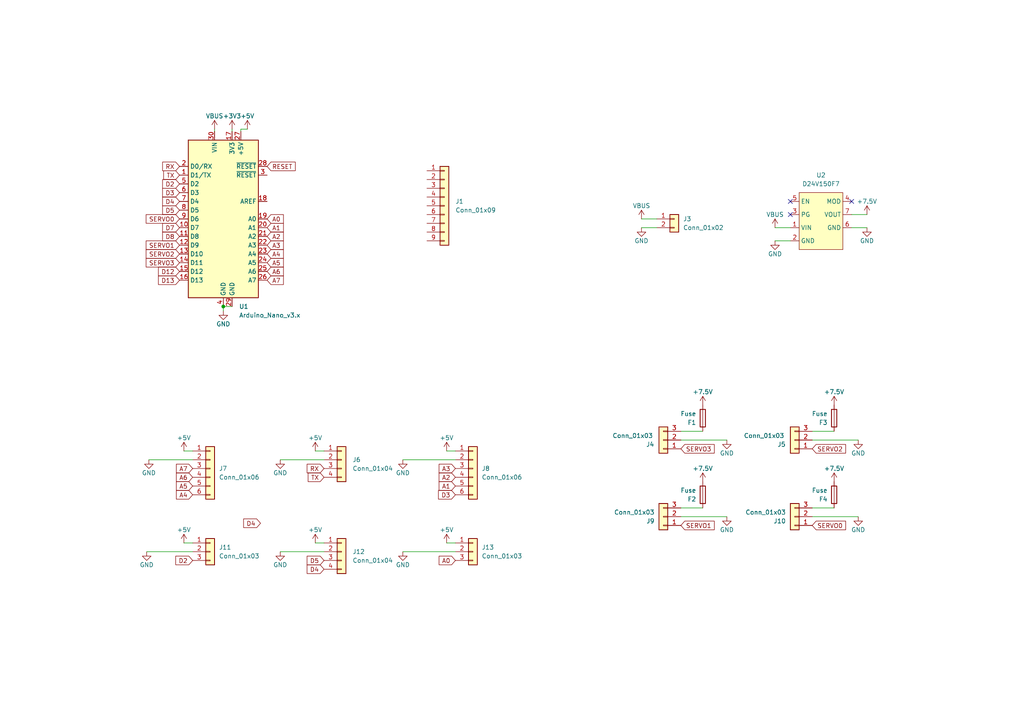
<source format=kicad_sch>
(kicad_sch (version 20211123) (generator eeschema)
  (paper "A4")
  (lib_symbols
    (symbol "Connector_Generic:Conn_01x02" (pin_names (offset 1.016) hide)
      (property "Reference" "J" (at 0 2.54 0))
      (property "Value" "Conn_01x02" (at 0 -5.08 0))
      (symbol "Conn_01x02_1_1"
        (rectangle (start -1.27 -2.413) (end 0 -2.667) (stroke (width 0.1524)))
        (rectangle (start -1.27 0.127) (end 0 -0.127) (stroke (width 0.1524)))
        (rectangle (start -1.27 1.27) (end 1.27 -3.81) (stroke (width 0.254)) (fill (type background)))
        (pin passive line (at -5.08 0 0) (length 3.81) (name "Pin_1") (number "1"))
        (pin passive line (at -5.08 -2.54 0) (length 3.81) (name "Pin_2") (number "2"))
      )
    )
    (symbol "Connector_Generic:Conn_01x03" (pin_names (offset 1.016) hide)
      (property "Reference" "J" (at 0 5.08 0))
      (property "Value" "Conn_01x03" (at 0 -5.08 0))
      (symbol "Conn_01x03_1_1"
        (rectangle (start -1.27 -2.413) (end 0 -2.667) (stroke (width 0.1524)))
        (rectangle (start -1.27 0.127) (end 0 -0.127) (stroke (width 0.1524)))
        (rectangle (start -1.27 2.667) (end 0 2.413) (stroke (width 0.1524)))
        (rectangle (start -1.27 3.81) (end 1.27 -3.81) (stroke (width 0.254)) (fill (type background)))
        (pin passive line (at -5.08 2.54 0) (length 3.81) (name "Pin_1") (number "1"))
        (pin passive line (at -5.08 0 0) (length 3.81) (name "Pin_2") (number "2"))
        (pin passive line (at -5.08 -2.54 0) (length 3.81) (name "Pin_3") (number "3"))
      )
    )
    (symbol "Connector_Generic:Conn_01x04" (pin_names (offset 1.016) hide)
      (property "Reference" "J" (at 0 5.08 0))
      (property "Value" "Conn_01x04" (at 0 -7.62 0))
      (symbol "Conn_01x04_1_1"
        (rectangle (start -1.27 -4.953) (end 0 -5.207) (stroke (width 0.1524)))
        (rectangle (start -1.27 -2.413) (end 0 -2.667) (stroke (width 0.1524)))
        (rectangle (start -1.27 0.127) (end 0 -0.127) (stroke (width 0.1524)))
        (rectangle (start -1.27 2.667) (end 0 2.413) (stroke (width 0.1524)))
        (rectangle (start -1.27 3.81) (end 1.27 -6.35) (stroke (width 0.254)) (fill (type background)))
        (pin passive line (at -5.08 2.54 0) (length 3.81) (name "Pin_1") (number "1"))
        (pin passive line (at -5.08 0 0) (length 3.81) (name "Pin_2") (number "2"))
        (pin passive line (at -5.08 -2.54 0) (length 3.81) (name "Pin_3") (number "3"))
        (pin passive line (at -5.08 -5.08 0) (length 3.81) (name "Pin_4") (number "4"))
      )
    )
    (symbol "Connector_Generic:Conn_01x06" (pin_names (offset 1.016) hide)
      (property "Reference" "J" (at 0 7.62 0))
      (property "Value" "Conn_01x06" (at 0 -10.16 0))
      (symbol "Conn_01x06_1_1"
        (rectangle (start -1.27 -7.493) (end 0 -7.747) (stroke (width 0.1524)))
        (rectangle (start -1.27 -4.953) (end 0 -5.207) (stroke (width 0.1524)))
        (rectangle (start -1.27 -2.413) (end 0 -2.667) (stroke (width 0.1524)))
        (rectangle (start -1.27 0.127) (end 0 -0.127) (stroke (width 0.1524)))
        (rectangle (start -1.27 2.667) (end 0 2.413) (stroke (width 0.1524)))
        (rectangle (start -1.27 5.207) (end 0 4.953) (stroke (width 0.1524)))
        (rectangle (start -1.27 6.35) (end 1.27 -8.89) (stroke (width 0.254)) (fill (type background)))
        (pin passive line (at -5.08 5.08 0) (length 3.81) (name "Pin_1") (number "1"))
        (pin passive line (at -5.08 2.54 0) (length 3.81) (name "Pin_2") (number "2"))
        (pin passive line (at -5.08 0 0) (length 3.81) (name "Pin_3") (number "3"))
        (pin passive line (at -5.08 -2.54 0) (length 3.81) (name "Pin_4") (number "4"))
        (pin passive line (at -5.08 -5.08 0) (length 3.81) (name "Pin_5") (number "5"))
        (pin passive line (at -5.08 -7.62 0) (length 3.81) (name "Pin_6") (number "6"))
      )
    )
    (symbol "Connector_Generic:Conn_01x09" (pin_names (offset 1.016) hide)
      (property "Reference" "J" (at 0 12.7 0))
      (property "Value" "Conn_01x09" (at 0 -12.7 0))
      (symbol "Conn_01x09_1_1"
        (rectangle (start -1.27 -10.033) (end 0 -10.287) (stroke (width 0.1524)))
        (rectangle (start -1.27 -7.493) (end 0 -7.747) (stroke (width 0.1524)))
        (rectangle (start -1.27 -4.953) (end 0 -5.207) (stroke (width 0.1524)))
        (rectangle (start -1.27 -2.413) (end 0 -2.667) (stroke (width 0.1524)))
        (rectangle (start -1.27 0.127) (end 0 -0.127) (stroke (width 0.1524)))
        (rectangle (start -1.27 2.667) (end 0 2.413) (stroke (width 0.1524)))
        (rectangle (start -1.27 5.207) (end 0 4.953) (stroke (width 0.1524)))
        (rectangle (start -1.27 7.747) (end 0 7.493) (stroke (width 0.1524)))
        (rectangle (start -1.27 10.287) (end 0 10.033) (stroke (width 0.1524)))
        (rectangle (start -1.27 11.43) (end 1.27 -11.43) (stroke (width 0.254)) (fill (type background)))
        (pin passive line (at -5.08 10.16 0) (length 3.81) (name "Pin_1") (number "1"))
        (pin passive line (at -5.08 7.62 0) (length 3.81) (name "Pin_2") (number "2"))
        (pin passive line (at -5.08 5.08 0) (length 3.81) (name "Pin_3") (number "3"))
        (pin passive line (at -5.08 2.54 0) (length 3.81) (name "Pin_4") (number "4"))
        (pin passive line (at -5.08 0 0) (length 3.81) (name "Pin_5") (number "5"))
        (pin passive line (at -5.08 -2.54 0) (length 3.81) (name "Pin_6") (number "6"))
        (pin passive line (at -5.08 -5.08 0) (length 3.81) (name "Pin_7") (number "7"))
        (pin passive line (at -5.08 -7.62 0) (length 3.81) (name "Pin_8") (number "8"))
        (pin passive line (at -5.08 -10.16 0) (length 3.81) (name "Pin_9") (number "9"))
      )
    )
    (symbol "Device:Fuse" (pin_numbers hide) (pin_names (offset 0))
      (property "Reference" "F" (at 2.032 0 90))
      (property "Value" "Fuse" (at -1.905 0 90))
      (symbol "Fuse_0_1"
        (rectangle (start -0.762 -2.54) (end 0.762 2.54) (stroke (width 0.254)))
        (polyline (pts (xy 0 2.54) (xy 0 -2.54)))
      )
      (symbol "Fuse_1_1"
        (pin passive line (at 0 3.81 270) (length 1.27) (name "~") (number "1"))
        (pin passive line (at 0 -3.81 90) (length 1.27) (name "~") (number "2"))
      )
    )
    (symbol "MCU_Module:Arduino_Nano_v3.x"
      (property "Reference" "A" (at -10.16 23.495 0))
      (property "Value" "Arduino_Nano_v3.x" (at 5.08 -24.13 0))
      (symbol "Arduino_Nano_v3.x_0_1"
        (rectangle (start -10.16 22.86) (end 10.16 -22.86) (stroke (width 0.254)) (fill (type background)))
      )
      (symbol "Arduino_Nano_v3.x_1_1"
        (pin bidirectional line (at -12.7 12.7 0) (length 2.54) (name "D1/TX") (number "1"))
        (pin bidirectional line (at -12.7 -2.54 0) (length 2.54) (name "D7") (number "10"))
        (pin bidirectional line (at -12.7 -5.08 0) (length 2.54) (name "D8") (number "11"))
        (pin bidirectional line (at -12.7 -7.62 0) (length 2.54) (name "D9") (number "12"))
        (pin bidirectional line (at -12.7 -10.16 0) (length 2.54) (name "D10") (number "13"))
        (pin bidirectional line (at -12.7 -12.7 0) (length 2.54) (name "D11") (number "14"))
        (pin bidirectional line (at -12.7 -15.24 0) (length 2.54) (name "D12") (number "15"))
        (pin bidirectional line (at -12.7 -17.78 0) (length 2.54) (name "D13") (number "16"))
        (pin power_out line (at 2.54 25.4 270) (length 2.54) (name "3V3") (number "17"))
        (pin input line (at 12.7 5.08 180) (length 2.54) (name "AREF") (number "18"))
        (pin bidirectional line (at 12.7 0 180) (length 2.54) (name "A0") (number "19"))
        (pin bidirectional line (at -12.7 15.24 0) (length 2.54) (name "D0/RX") (number "2"))
        (pin bidirectional line (at 12.7 -2.54 180) (length 2.54) (name "A1") (number "20"))
        (pin bidirectional line (at 12.7 -5.08 180) (length 2.54) (name "A2") (number "21"))
        (pin bidirectional line (at 12.7 -7.62 180) (length 2.54) (name "A3") (number "22"))
        (pin bidirectional line (at 12.7 -10.16 180) (length 2.54) (name "A4") (number "23"))
        (pin bidirectional line (at 12.7 -12.7 180) (length 2.54) (name "A5") (number "24"))
        (pin bidirectional line (at 12.7 -15.24 180) (length 2.54) (name "A6") (number "25"))
        (pin bidirectional line (at 12.7 -17.78 180) (length 2.54) (name "A7") (number "26"))
        (pin power_out line (at 5.08 25.4 270) (length 2.54) (name "+5V") (number "27"))
        (pin input line (at 12.7 15.24 180) (length 2.54) (name "~{RESET}") (number "28"))
        (pin power_in line (at 2.54 -25.4 90) (length 2.54) (name "GND") (number "29"))
        (pin input line (at 12.7 12.7 180) (length 2.54) (name "~{RESET}") (number "3"))
        (pin power_in line (at -2.54 25.4 270) (length 2.54) (name "VIN") (number "30"))
        (pin power_in line (at 0 -25.4 90) (length 2.54) (name "GND") (number "4"))
        (pin bidirectional line (at -12.7 10.16 0) (length 2.54) (name "D2") (number "5"))
        (pin bidirectional line (at -12.7 7.62 0) (length 2.54) (name "D3") (number "6"))
        (pin bidirectional line (at -12.7 5.08 0) (length 2.54) (name "D4") (number "7"))
        (pin bidirectional line (at -12.7 2.54 0) (length 2.54) (name "D5") (number "8"))
        (pin bidirectional line (at -12.7 0 0) (length 2.54) (name "D6") (number "9"))
      )
    )
    (symbol "elec_steering:D24V150F7"
      (property "Reference" "U?" (at 0 2.54 0))
      (property "Value" "D24V150F7" (at 0 0 0))
      (symbol "D24V150F7_0_1"
        (rectangle (start -6.35 -2.54) (end 6.35 -19.05) (fill (type background)))
      )
      (symbol "D24V150F7_1_1"
        (pin power_in line (at -8.89 -12.7 0) (length 2.54) (name "VIN") (number "1"))
        (pin power_in line (at -8.89 -16.51 0) (length 2.54) (name "GND") (number "2"))
        (pin output line (at -8.89 -8.89 0) (length 2.54) (name "PG") (number "3"))
        (pin input line (at 8.89 -5.08 180) (length 2.54) (name "MOD") (number "4"))
        (pin input line (at -8.89 -5.08 0) (length 2.54) (name "EN") (number "5"))
        (pin power_out line (at 8.89 -12.7 180) (length 2.54) (name "GND") (number "6"))
        (pin power_out line (at 8.89 -8.89 180) (length 2.54) (name "VOUT") (number "7"))
      )
    )
    (symbol "power:+3V3" (power) (pin_names (offset 0))
      (property "Value" "+3V3" (at 0 3.556 0))
      (symbol "+3V3_0_1"
        (polyline (pts (xy -0.762 1.27) (xy 0 2.54)))
        (polyline (pts (xy 0 0) (xy 0 2.54)))
        (polyline (pts (xy 0 2.54) (xy 0.762 1.27)))
      )
      (symbol "+3V3_1_1"
        (pin power_in line (at 0 0 90) (length 0) hide (name "+3V3") (number "1"))
      )
    )
    (symbol "power:+5V" (power) (pin_names (offset 0))
      (property "Value" "+5V" (at 0 3.556 0))
      (symbol "+5V_0_1"
        (polyline (pts (xy -0.762 1.27) (xy 0 2.54)))
        (polyline (pts (xy 0 0) (xy 0 2.54)))
        (polyline (pts (xy 0 2.54) (xy 0.762 1.27)))
      )
      (symbol "+5V_1_1"
        (pin power_in line (at 0 0 90) (length 0) hide (name "+5V") (number "1"))
      )
    )
    (symbol "power:+7.5V" (power) (pin_names (offset 0))
      (property "Value" "+7.5V" (at 0 3.556 0))
      (symbol "+7.5V_0_1"
        (polyline (pts (xy -0.762 1.27) (xy 0 2.54)))
        (polyline (pts (xy 0 0) (xy 0 2.54)))
        (polyline (pts (xy 0 2.54) (xy 0.762 1.27)))
      )
      (symbol "+7.5V_1_1"
        (pin power_in line (at 0 0 90) (length 0) hide (name "+7.5V") (number "1"))
      )
    )
    (symbol "power:GND" (power) (pin_names (offset 0))
      (property "Value" "GND" (at 0 -3.81 0))
      (symbol "GND_0_1"
        (polyline (pts (xy 0 0) (xy 0 -1.27) (xy 1.27 -1.27) (xy 0 -2.54) (xy -1.27 -1.27) (xy 0 -1.27)))
      )
      (symbol "GND_1_1"
        (pin power_in line (at 0 0 270) (length 0) hide (name "GND") (number "1"))
      )
    )
    (symbol "power:VBUS" (power) (pin_names (offset 0))
      (property "Value" "VBUS" (at 0 3.81 0))
      (symbol "VBUS_0_1"
        (polyline (pts (xy -0.762 1.27) (xy 0 2.54)))
        (polyline (pts (xy 0 0) (xy 0 2.54)))
        (polyline (pts (xy 0 2.54) (xy 0.762 1.27)))
      )
      (symbol "VBUS_1_1"
        (pin power_in line (at 0 0 90) (length 0) hide (name "VBUS") (number "1"))
      )
    )
  )
  (junction (at 64.77 88.9))
  (no_connect (at 229.235 58.42))
  (no_connect (at 247.015 58.42))
  (no_connect (at 229.235 62.23))
  (wire (pts (xy 91.44 157.48) (xy 93.98 157.48)))
  (wire (pts (xy 81.28 160.02) (xy 93.98 160.02)))
  (wire (pts (xy 129.54 157.48) (xy 132.08 157.48)))
  (wire (pts (xy 69.85 38.1) (xy 69.85 37.465)))
  (wire (pts (xy 224.79 69.85) (xy 229.235 69.85)))
  (wire (pts (xy 64.77 88.9) (xy 67.31 88.9)))
  (wire (pts (xy 197.485 127.635) (xy 210.82 127.635)))
  (wire (pts (xy 235.585 125.095) (xy 241.935 125.095)))
  (wire (pts (xy 67.31 37.465) (xy 67.31 38.1)))
  (wire (pts (xy 42.545 160.02) (xy 55.88 160.02)))
  (wire (pts (xy 235.585 127.635) (xy 248.92 127.635)))
  (wire (pts (xy 247.015 62.23) (xy 251.46 62.23)))
  (wire (pts (xy 197.485 149.86) (xy 210.82 149.86)))
  (wire (pts (xy 247.015 66.04) (xy 251.46 66.04)))
  (wire (pts (xy 62.23 37.465) (xy 62.23 38.1)))
  (wire (pts (xy 186.055 66.04) (xy 190.5 66.04)))
  (wire (pts (xy 43.18 133.35) (xy 55.88 133.35)))
  (wire (pts (xy 53.34 157.48) (xy 55.88 157.48)))
  (wire (pts (xy 197.485 125.095) (xy 203.835 125.095)))
  (wire (pts (xy 53.34 130.81) (xy 55.88 130.81)))
  (wire (pts (xy 186.055 63.5) (xy 190.5 63.5)))
  (wire (pts (xy 64.77 88.9) (xy 64.77 90.17)))
  (wire (pts (xy 91.44 130.81) (xy 93.98 130.81)))
  (wire (pts (xy 224.79 66.04) (xy 229.235 66.04)))
  (wire (pts (xy 235.585 149.86) (xy 248.92 149.86)))
  (wire (pts (xy 197.485 147.32) (xy 203.835 147.32)))
  (wire (pts (xy 235.585 147.32) (xy 241.935 147.32)))
  (wire (pts (xy 129.54 130.81) (xy 132.08 130.81)))
  (wire (pts (xy 116.84 160.02) (xy 132.08 160.02)))
  (wire (pts (xy 69.85 37.465) (xy 71.755 37.465)))
  (wire (pts (xy 81.28 133.35) (xy 93.98 133.35)))
  (wire (pts (xy 116.84 133.35) (xy 132.08 133.35)))
  (global_label "SERVO1" (shape input) (at 197.485 152.4 0) (property "Intersheet References" "${INTERSHEET_REFS}" (effects hide)))
  (global_label "D3" (shape input) (at 132.08 143.51 180) (property "Intersheet References" "${INTERSHEET_REFS}" (effects hide)))
  (global_label "A5" (shape input) (at 77.47 76.2 0) (property "Intersheet References" "${INTERSHEET_REFS}" (effects hide)))
  (global_label "RESET" (shape input) (at 77.47 48.26 0) (property "Intersheet References" "${INTERSHEET_REFS}" (effects hide)))
  (global_label "SERVO2" (shape input) (at 235.585 130.175 0) (property "Intersheet References" "${INTERSHEET_REFS}" (effects hide)))
  (global_label "A5" (shape input) (at 55.88 140.97 180) (property "Intersheet References" "${INTERSHEET_REFS}" (effects hide)))
  (global_label "A6" (shape input) (at 77.47 78.74 0) (property "Intersheet References" "${INTERSHEET_REFS}" (effects hide)))
  (global_label "D4" (shape input) (at 93.98 165.1 180) (property "Intersheet References" "${INTERSHEET_REFS}" (effects hide)))
  (global_label "A6" (shape input) (at 55.88 138.43 180) (property "Intersheet References" "${INTERSHEET_REFS}" (effects hide)))
  (global_label "A2" (shape input) (at 77.47 68.58 0) (property "Intersheet References" "${INTERSHEET_REFS}" (effects hide)))
  (global_label "A2" (shape input) (at 132.08 138.43 180) (property "Intersheet References" "${INTERSHEET_REFS}" (effects hide)))
  (global_label "A3" (shape input) (at 77.47 71.12 0) (property "Intersheet References" "${INTERSHEET_REFS}" (effects hide)))
  (global_label "D4" (shape input) (at 75.565 151.765 180) (property "Intersheet References" "${INTERSHEET_REFS}" (effects hide)))
  (global_label "D4" (shape input) (at 52.07 58.42 180) (property "Intersheet References" "${INTERSHEET_REFS}" (effects hide)))
  (global_label "A4" (shape input) (at 77.47 73.66 0) (property "Intersheet References" "${INTERSHEET_REFS}" (effects hide)))
  (global_label "D5" (shape input) (at 52.07 60.96 180) (property "Intersheet References" "${INTERSHEET_REFS}" (effects hide)))
  (global_label "SERVO2" (shape input) (at 52.07 73.66 180) (property "Intersheet References" "${INTERSHEET_REFS}" (effects hide)))
  (global_label "A0" (shape input) (at 77.47 63.5 0) (property "Intersheet References" "${INTERSHEET_REFS}" (effects hide)))
  (global_label "A1" (shape input) (at 132.08 140.97 180) (property "Intersheet References" "${INTERSHEET_REFS}" (effects hide)))
  (global_label "TX" (shape input) (at 93.98 138.43 180) (property "Intersheet References" "${INTERSHEET_REFS}" (effects hide)))
  (global_label "RX" (shape input) (at 52.07 48.26 180) (property "Intersheet References" "${INTERSHEET_REFS}" (effects hide)))
  (global_label "RX" (shape input) (at 93.98 135.89 180) (property "Intersheet References" "${INTERSHEET_REFS}" (effects hide)))
  (global_label "A0" (shape input) (at 132.08 162.56 180) (property "Intersheet References" "${INTERSHEET_REFS}" (effects hide)))
  (global_label "SERVO1" (shape input) (at 52.07 71.12 180) (property "Intersheet References" "${INTERSHEET_REFS}" (effects hide)))
  (global_label "TX" (shape input) (at 52.07 50.8 180) (property "Intersheet References" "${INTERSHEET_REFS}" (effects hide)))
  (global_label "D2" (shape input) (at 52.07 53.34 180) (property "Intersheet References" "${INTERSHEET_REFS}" (effects hide)))
  (global_label "D8" (shape input) (at 52.07 68.58 180) (property "Intersheet References" "${INTERSHEET_REFS}" (effects hide)))
  (global_label "D13" (shape input) (at 52.07 81.28 180) (property "Intersheet References" "${INTERSHEET_REFS}" (effects hide)))
  (global_label "D3" (shape input) (at 52.07 55.88 180) (property "Intersheet References" "${INTERSHEET_REFS}" (effects hide)))
  (global_label "SERVO3" (shape input) (at 197.485 130.175 0) (property "Intersheet References" "${INTERSHEET_REFS}" (effects hide)))
  (global_label "A7" (shape input) (at 55.88 135.89 180) (property "Intersheet References" "${INTERSHEET_REFS}" (effects hide)))
  (global_label "A1" (shape input) (at 77.47 66.04 0) (property "Intersheet References" "${INTERSHEET_REFS}" (effects hide)))
  (global_label "SERVO3" (shape input) (at 52.07 76.2 180) (property "Intersheet References" "${INTERSHEET_REFS}" (effects hide)))
  (global_label "A3" (shape input) (at 132.08 135.89 180) (property "Intersheet References" "${INTERSHEET_REFS}" (effects hide)))
  (global_label "D5" (shape input) (at 93.98 162.56 180) (property "Intersheet References" "${INTERSHEET_REFS}" (effects hide)))
  (global_label "D7" (shape input) (at 52.07 66.04 180) (property "Intersheet References" "${INTERSHEET_REFS}" (effects hide)))
  (global_label "D12" (shape input) (at 52.07 78.74 180) (property "Intersheet References" "${INTERSHEET_REFS}" (effects hide)))
  (global_label "A4" (shape input) (at 55.88 143.51 180) (property "Intersheet References" "${INTERSHEET_REFS}" (effects hide)))
  (global_label "SERVO0" (shape input) (at 235.585 152.4 0) (property "Intersheet References" "${INTERSHEET_REFS}" (effects hide)))
  (global_label "A7" (shape input) (at 77.47 81.28 0) (property "Intersheet References" "${INTERSHEET_REFS}" (effects hide)))
  (global_label "SERVO0" (shape input) (at 52.07 63.5 180) (property "Intersheet References" "${INTERSHEET_REFS}" (effects hide)))
  (global_label "D2" (shape input) (at 55.88 162.56 180) (property "Intersheet References" "${INTERSHEET_REFS}" (effects hide)))
  (symbol (lib_id "power:GND") (at 81.28 160.02 0) (unit 1)
    (property "Reference" "#PWR033" (effects hide))
    (property "Value" "GND" (at 81.28 163.83 0))
  )
  (symbol (lib_id "power:VBUS") (at 224.79 66.04 0) (unit 1)
    (property "Reference" "#PWR010" (effects hide))
    (property "Value" "VBUS" (at 224.79 62.23 0))
  )
  (symbol (lib_id "power:GND") (at 81.28 133.35 0) (unit 1)
    (property "Reference" "#PWR023" (effects hide))
    (property "Value" "GND" (at 81.28 137.16 0))
  )
  (symbol (lib_id "power:GND") (at 251.46 66.04 0) (unit 1)
    (property "Reference" "#PWR011" (effects hide))
    (property "Value" "GND" (at 251.46 69.85 0))
  )
  (symbol (lib_id "power:GND") (at 116.84 133.35 0) (unit 1)
    (property "Reference" "#PWR024" (effects hide))
    (property "Value" "GND" (at 116.84 137.16 0))
  )
  (symbol (lib_id "Connector_Generic:Conn_01x03") (at 192.405 127.635 180) (unit 1)
    (property "Reference" "J4" (at 188.595 128.905 0))
    (property "Value" "Conn_01x03" (at 183.515 126.365 0))
    (property "Footprint" "elec_steering:1722861103" (effects hide))
  )
  (symbol (lib_id "power:+5V") (at 53.34 157.48 0) (unit 1)
    (property "Reference" "#PWR029" (effects hide))
    (property "Value" "+5V" (at 53.34 153.67 0))
  )
  (symbol (lib_id "power:VBUS") (at 186.055 63.5 0) (unit 1)
    (property "Reference" "#PWR08" (effects hide))
    (property "Value" "VBUS" (at 186.055 59.69 0))
  )
  (symbol (lib_id "power:+7.5V") (at 203.835 139.7 0) (unit 1)
    (property "Reference" "#PWR025" (effects hide))
    (property "Value" "+7.5V" (at 203.835 135.89 0))
  )
  (symbol (lib_id "power:GND") (at 42.545 160.02 0) (unit 1)
    (property "Reference" "#PWR032" (effects hide))
    (property "Value" "GND" (at 42.545 163.83 0))
  )
  (symbol (lib_id "Connector_Generic:Conn_01x04") (at 99.06 133.35 0) (unit 1)
    (property "Reference" "J6" (at 102.235 133.3499 0) (effects (justify left)))
    (property "Value" "Conn_01x04" (at 102.235 135.8899 0) (effects (justify left)))
    (property "Footprint" "Connector_Molex:Molex_SL_171971-0004_1x04_P2.54mm_Vertical" (effects hide))
  )
  (symbol (lib_id "power:GND") (at 116.84 160.02 0) (unit 1)
    (property "Reference" "#PWR034" (effects hide))
    (property "Value" "GND" (at 116.84 163.83 0))
  )
  (symbol (lib_id "power:GND") (at 248.92 149.86 0) (unit 1)
    (property "Reference" "#PWR028" (effects hide))
    (property "Value" "GND" (at 248.92 153.67 0))
  )
  (symbol (lib_id "power:VBUS") (at 62.23 37.465 0) (unit 1)
    (property "Reference" "#PWR01" (effects hide))
    (property "Value" "VBUS" (at 62.23 33.655 0))
  )
  (symbol (lib_id "elec_steering:D24V150F7") (at 238.125 53.34 0) (unit 1)
    (property "Reference" "U2" (at 238.125 50.8 0))
    (property "Value" "D24V150F7" (at 238.125 53.34 0))
    (property "Footprint" "elec_steering:D24V150F7" (effects hide))
  )
  (symbol (lib_id "power:+5V") (at 91.44 157.48 0) (unit 1)
    (property "Reference" "#PWR030" (effects hide))
    (property "Value" "+5V" (at 91.44 153.67 0))
  )
  (symbol (lib_id "Connector_Generic:Conn_01x06") (at 137.16 135.89 0) (unit 1)
    (property "Reference" "J8" (at 139.7 135.8899 0) (effects (justify left)))
    (property "Value" "Conn_01x06" (at 139.7 138.4299 0) (effects (justify left)))
    (property "Footprint" "Connector_Molex:Molex_SL_171971-0006_1x06_P2.54mm_Vertical" (effects hide))
  )
  (symbol (lib_id "Device:Fuse") (at 203.835 143.51 180) (unit 1)
    (property "Reference" "F2" (at 201.93 144.7801 0) (effects (justify left)))
    (property "Value" "Fuse" (at 201.93 142.2401 0) (effects (justify left)))
    (property "Footprint" "elec_steering:3557-2" (effects hide))
  )
  (symbol (lib_id "power:GND") (at 210.82 127.635 0) (unit 1)
    (property "Reference" "#PWR017" (effects hide))
    (property "Value" "GND" (at 210.82 131.445 0))
  )
  (symbol (lib_id "power:+7.5V") (at 241.935 139.7 0) (unit 1)
    (property "Reference" "#PWR026" (effects hide))
    (property "Value" "+7.5V" (at 241.935 135.89 0))
  )
  (symbol (lib_id "Connector_Generic:Conn_01x02") (at 195.58 63.5 0) (unit 1)
    (property "Reference" "J3" (at 198.12 63.4999 0) (effects (justify left)))
    (property "Value" "Conn_01x02" (at 198.12 66.0399 0) (effects (justify left)))
    (property "Footprint" "Connector_AMASS:AMASS_XT60-M_1x02_P7.20mm_Vertical" (effects hide))
  )
  (symbol (lib_id "power:GND") (at 64.77 90.17 0) (unit 1)
    (property "Reference" "#PWR014" (effects hide))
    (property "Value" "GND" (at 64.77 93.98 0))
  )
  (symbol (lib_id "power:+3V3") (at 67.31 37.465 0) (unit 1)
    (property "Reference" "#PWR02" (effects hide))
    (property "Value" "+3V3" (at 67.31 33.655 0))
  )
  (symbol (lib_id "power:+5V") (at 129.54 157.48 0) (unit 1)
    (property "Reference" "#PWR031" (effects hide))
    (property "Value" "+5V" (at 129.54 153.67 0))
  )
  (symbol (lib_id "Connector_Generic:Conn_01x03") (at 230.505 127.635 180) (unit 1)
    (property "Reference" "J5" (at 226.695 128.905 0))
    (property "Value" "Conn_01x03" (at 221.615 126.365 0))
    (property "Footprint" "elec_steering:1722861103" (effects hide))
  )
  (symbol (lib_id "Connector_Generic:Conn_01x03") (at 230.505 149.86 180) (unit 1)
    (property "Reference" "J10" (at 227.965 151.1301 0) (effects (justify left)))
    (property "Value" "Conn_01x03" (at 227.965 148.5901 0) (effects (justify left)))
    (property "Footprint" "elec_steering:1722861103" (effects hide))
  )
  (symbol (lib_id "Device:Fuse") (at 241.935 143.51 180) (unit 1)
    (property "Reference" "F4" (at 240.03 144.7801 0) (effects (justify left)))
    (property "Value" "Fuse" (at 240.03 142.2401 0) (effects (justify left)))
    (property "Footprint" "elec_steering:3557-2" (effects hide))
  )
  (symbol (lib_id "Device:Fuse") (at 203.835 121.285 180) (unit 1)
    (property "Reference" "F1" (at 201.93 122.5551 0) (effects (justify left)))
    (property "Value" "Fuse" (at 201.93 120.0151 0) (effects (justify left)))
    (property "Footprint" "elec_steering:3557-2" (effects hide))
  )
  (symbol (lib_id "power:+7.5V") (at 241.935 117.475 0) (unit 1)
    (property "Reference" "#PWR016" (effects hide))
    (property "Value" "+7.5V" (at 241.935 113.665 0))
  )
  (symbol (lib_id "power:GND") (at 224.79 69.85 0) (unit 1)
    (property "Reference" "#PWR013" (effects hide))
    (property "Value" "GND" (at 224.79 73.66 0))
  )
  (symbol (lib_id "power:+5V") (at 53.34 130.81 0) (unit 1)
    (property "Reference" "#PWR019" (effects hide))
    (property "Value" "+5V" (at 53.34 127 0))
  )
  (symbol (lib_id "Connector_Generic:Conn_01x03") (at 60.96 160.02 0) (unit 1)
    (property "Reference" "J11" (at 63.5 158.7499 0) (effects (justify left)))
    (property "Value" "Conn_01x03" (at 63.5 161.2899 0) (effects (justify left)))
    (property "Footprint" "Connector_Molex:Molex_SL_171971-0003_1x03_P2.54mm_Vertical" (effects hide))
  )
  (symbol (lib_id "Device:Fuse") (at 241.935 121.285 180) (unit 1)
    (property "Reference" "F3" (at 240.03 122.5551 0) (effects (justify left)))
    (property "Value" "Fuse" (at 240.03 120.0151 0) (effects (justify left)))
    (property "Footprint" "elec_steering:3557-2" (effects hide))
  )
  (symbol (lib_id "Connector_Generic:Conn_01x03") (at 192.405 149.86 180) (unit 1)
    (property "Reference" "J9" (at 189.865 151.1301 0) (effects (justify left)))
    (property "Value" "Conn_01x03" (at 189.865 148.5901 0) (effects (justify left)))
    (property "Footprint" "elec_steering:1722861103" (effects hide))
  )
  (symbol (lib_id "power:GND") (at 248.92 127.635 0) (unit 1)
    (property "Reference" "#PWR018" (effects hide))
    (property "Value" "GND" (at 248.92 131.445 0))
  )
  (symbol (lib_id "power:GND") (at 186.055 66.04 0) (unit 1)
    (property "Reference" "#PWR09" (effects hide))
    (property "Value" "GND" (at 186.055 69.85 0))
  )
  (symbol (lib_id "power:+7.5V") (at 251.46 62.23 0) (unit 1)
    (property "Reference" "#PWR07" (effects hide))
    (property "Value" "+7.5V" (at 251.46 58.42 0))
  )
  (symbol (lib_id "MCU_Module:Arduino_Nano_v3.x") (at 64.77 63.5 0) (unit 1)
    (property "Reference" "U1" (at 69.3294 88.9 0) (effects (justify left)))
    (property "Value" "Arduino_Nano_v3.x" (at 69.3294 91.44 0) (effects (justify left)))
    (property "Footprint" "Module:Arduino_Nano" (effects hide))
    (property "Datasheet" "http://www.mouser.com/pdfdocs/Gravitech_Arduino_Nano3_0.pdf" (effects hide))
  )
  (symbol (lib_id "Connector_Generic:Conn_01x06") (at 60.96 135.89 0) (unit 1)
    (property "Reference" "J7" (at 63.5 135.8899 0) (effects (justify left)))
    (property "Value" "Conn_01x06" (at 63.5 138.4299 0) (effects (justify left)))
    (property "Footprint" "Connector_Molex:Molex_SL_171971-0006_1x06_P2.54mm_Vertical" (effects hide))
  )
  (symbol (lib_id "power:+5V") (at 71.755 37.465 0) (unit 1)
    (property "Reference" "#PWR03" (effects hide))
    (property "Value" "+5V" (at 71.755 33.655 0))
  )
  (symbol (lib_id "power:+7.5V") (at 203.835 117.475 0) (unit 1)
    (property "Reference" "#PWR015" (effects hide))
    (property "Value" "+7.5V" (at 203.835 113.665 0))
  )
  (symbol (lib_id "power:+5V") (at 91.44 130.81 0) (unit 1)
    (property "Reference" "#PWR020" (effects hide))
    (property "Value" "+5V" (at 91.44 127 0))
  )
  (symbol (lib_id "Connector_Generic:Conn_01x04") (at 99.06 160.02 0) (unit 1)
    (property "Reference" "J12" (at 102.235 160.0199 0) (effects (justify left)))
    (property "Value" "Conn_01x04" (at 102.235 162.5599 0) (effects (justify left)))
    (property "Footprint" "Connector_Molex:Molex_SL_171971-0004_1x04_P2.54mm_Vertical" (effects hide))
  )
  (symbol (lib_id "power:+5V") (at 129.54 130.81 0) (unit 1)
    (property "Reference" "#PWR021" (effects hide))
    (property "Value" "+5V" (at 129.54 127 0))
  )
  (symbol (lib_id "power:GND") (at 43.18 133.35 0) (unit 1)
    (property "Reference" "#PWR022" (effects hide))
    (property "Value" "GND" (at 43.18 137.16 0))
  )
  (symbol (lib_id "Connector_Generic:Conn_01x03") (at 137.16 160.02 0) (unit 1)
    (property "Reference" "J13" (at 139.7 158.7499 0) (effects (justify left)))
    (property "Value" "Conn_01x03" (at 139.7 161.2899 0) (effects (justify left)))
    (property "Footprint" "Connector_Molex:Molex_SL_171971-0003_1x03_P2.54mm_Vertical" (effects hide))
  )
  (symbol (lib_id "Connector_Generic:Conn_01x09") (at 128.905 59.69 0) (unit 1)
    (property "Reference" "J1" (at 132.08 58.4199 0) (effects (justify left)))
    (property "Value" "Conn_01x09" (at 132.08 60.9599 0) (effects (justify left)))
    (property "Footprint" "Connector_PinHeader_2.54mm:PinHeader_1x09_P2.54mm_Vertical" (effects hide))
  )
  (symbol (lib_id "power:GND") (at 210.82 149.86 0) (unit 1)
    (property "Reference" "#PWR027" (effects hide))
    (property "Value" "GND" (at 210.82 153.67 0))
  )
)
</source>
